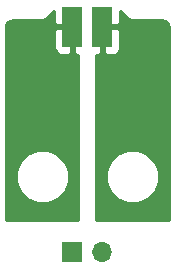
<source format=gbl>
G04 #@! TF.FileFunction,Copper,L2,Bot,Signal*
%FSLAX46Y46*%
G04 Gerber Fmt 4.6, Leading zero omitted, Abs format (unit mm)*
G04 Created by KiCad (PCBNEW 4.0.7) date 05/14/18 11:13:13*
%MOMM*%
%LPD*%
G01*
G04 APERTURE LIST*
%ADD10C,0.100000*%
%ADD11R,1.750000X3.500000*%
%ADD12R,1.700000X1.700000*%
%ADD13O,1.700000X1.700000*%
%ADD14C,1.500000*%
%ADD15C,0.254000*%
G04 APERTURE END LIST*
D10*
D11*
X143510000Y-85090000D03*
X146050000Y-85090000D03*
D12*
X143510000Y-104140000D03*
D13*
X146050000Y-104140000D03*
D14*
X143510000Y-85090000D03*
X146050000Y-85090000D03*
D15*
G36*
X148087954Y-84322046D02*
X148318295Y-84475954D01*
X148590000Y-84530000D01*
X151060070Y-84530000D01*
X151338979Y-84585478D01*
X151516145Y-84703856D01*
X151634521Y-84881019D01*
X151690000Y-85159931D01*
X151690000Y-101473000D01*
X145542000Y-101473000D01*
X145542000Y-98232619D01*
X146354613Y-98232619D01*
X146694155Y-99054372D01*
X147322321Y-99683636D01*
X148143481Y-100024611D01*
X149032619Y-100025387D01*
X149854372Y-99685845D01*
X150483636Y-99057679D01*
X150824611Y-98236519D01*
X150825387Y-97347381D01*
X150485845Y-96525628D01*
X149857679Y-95896364D01*
X149036519Y-95555389D01*
X148147381Y-95554613D01*
X147325628Y-95894155D01*
X146696364Y-96522321D01*
X146355389Y-97343481D01*
X146354613Y-98232619D01*
X145542000Y-98232619D01*
X145542000Y-87475000D01*
X145764250Y-87475000D01*
X145923000Y-87316250D01*
X145923000Y-85217000D01*
X146177000Y-85217000D01*
X146177000Y-87316250D01*
X146335750Y-87475000D01*
X147051309Y-87475000D01*
X147284698Y-87378327D01*
X147463327Y-87199699D01*
X147560000Y-86966310D01*
X147560000Y-85375750D01*
X147401250Y-85217000D01*
X146177000Y-85217000D01*
X145923000Y-85217000D01*
X145903000Y-85217000D01*
X145903000Y-84963000D01*
X145923000Y-84963000D01*
X145923000Y-84943000D01*
X146177000Y-84943000D01*
X146177000Y-84963000D01*
X147401250Y-84963000D01*
X147560000Y-84804250D01*
X147560000Y-83794092D01*
X148087954Y-84322046D01*
X148087954Y-84322046D01*
G37*
X148087954Y-84322046D02*
X148318295Y-84475954D01*
X148590000Y-84530000D01*
X151060070Y-84530000D01*
X151338979Y-84585478D01*
X151516145Y-84703856D01*
X151634521Y-84881019D01*
X151690000Y-85159931D01*
X151690000Y-101473000D01*
X145542000Y-101473000D01*
X145542000Y-98232619D01*
X146354613Y-98232619D01*
X146694155Y-99054372D01*
X147322321Y-99683636D01*
X148143481Y-100024611D01*
X149032619Y-100025387D01*
X149854372Y-99685845D01*
X150483636Y-99057679D01*
X150824611Y-98236519D01*
X150825387Y-97347381D01*
X150485845Y-96525628D01*
X149857679Y-95896364D01*
X149036519Y-95555389D01*
X148147381Y-95554613D01*
X147325628Y-95894155D01*
X146696364Y-96522321D01*
X146355389Y-97343481D01*
X146354613Y-98232619D01*
X145542000Y-98232619D01*
X145542000Y-87475000D01*
X145764250Y-87475000D01*
X145923000Y-87316250D01*
X145923000Y-85217000D01*
X146177000Y-85217000D01*
X146177000Y-87316250D01*
X146335750Y-87475000D01*
X147051309Y-87475000D01*
X147284698Y-87378327D01*
X147463327Y-87199699D01*
X147560000Y-86966310D01*
X147560000Y-85375750D01*
X147401250Y-85217000D01*
X146177000Y-85217000D01*
X145923000Y-85217000D01*
X145903000Y-85217000D01*
X145903000Y-84963000D01*
X145923000Y-84963000D01*
X145923000Y-84943000D01*
X146177000Y-84943000D01*
X146177000Y-84963000D01*
X147401250Y-84963000D01*
X147560000Y-84804250D01*
X147560000Y-83794092D01*
X148087954Y-84322046D01*
G36*
X142000000Y-84804250D02*
X142158750Y-84963000D01*
X143383000Y-84963000D01*
X143383000Y-84943000D01*
X143637000Y-84943000D01*
X143637000Y-84963000D01*
X143657000Y-84963000D01*
X143657000Y-85217000D01*
X143637000Y-85217000D01*
X143637000Y-87316250D01*
X143795750Y-87475000D01*
X144018000Y-87475000D01*
X144018000Y-101473000D01*
X137870000Y-101473000D01*
X137870000Y-98232619D01*
X138734613Y-98232619D01*
X139074155Y-99054372D01*
X139702321Y-99683636D01*
X140523481Y-100024611D01*
X141412619Y-100025387D01*
X142234372Y-99685845D01*
X142863636Y-99057679D01*
X143204611Y-98236519D01*
X143205387Y-97347381D01*
X142865845Y-96525628D01*
X142237679Y-95896364D01*
X141416519Y-95555389D01*
X140527381Y-95554613D01*
X139705628Y-95894155D01*
X139076364Y-96522321D01*
X138735389Y-97343481D01*
X138734613Y-98232619D01*
X137870000Y-98232619D01*
X137870000Y-85375750D01*
X142000000Y-85375750D01*
X142000000Y-86966310D01*
X142096673Y-87199699D01*
X142275302Y-87378327D01*
X142508691Y-87475000D01*
X143224250Y-87475000D01*
X143383000Y-87316250D01*
X143383000Y-85217000D01*
X142158750Y-85217000D01*
X142000000Y-85375750D01*
X137870000Y-85375750D01*
X137870000Y-85159930D01*
X137925478Y-84881021D01*
X138043856Y-84703855D01*
X138221019Y-84585479D01*
X138499931Y-84530000D01*
X140970000Y-84530000D01*
X141241705Y-84475954D01*
X141472046Y-84322046D01*
X142000000Y-83794092D01*
X142000000Y-84804250D01*
X142000000Y-84804250D01*
G37*
X142000000Y-84804250D02*
X142158750Y-84963000D01*
X143383000Y-84963000D01*
X143383000Y-84943000D01*
X143637000Y-84943000D01*
X143637000Y-84963000D01*
X143657000Y-84963000D01*
X143657000Y-85217000D01*
X143637000Y-85217000D01*
X143637000Y-87316250D01*
X143795750Y-87475000D01*
X144018000Y-87475000D01*
X144018000Y-101473000D01*
X137870000Y-101473000D01*
X137870000Y-98232619D01*
X138734613Y-98232619D01*
X139074155Y-99054372D01*
X139702321Y-99683636D01*
X140523481Y-100024611D01*
X141412619Y-100025387D01*
X142234372Y-99685845D01*
X142863636Y-99057679D01*
X143204611Y-98236519D01*
X143205387Y-97347381D01*
X142865845Y-96525628D01*
X142237679Y-95896364D01*
X141416519Y-95555389D01*
X140527381Y-95554613D01*
X139705628Y-95894155D01*
X139076364Y-96522321D01*
X138735389Y-97343481D01*
X138734613Y-98232619D01*
X137870000Y-98232619D01*
X137870000Y-85375750D01*
X142000000Y-85375750D01*
X142000000Y-86966310D01*
X142096673Y-87199699D01*
X142275302Y-87378327D01*
X142508691Y-87475000D01*
X143224250Y-87475000D01*
X143383000Y-87316250D01*
X143383000Y-85217000D01*
X142158750Y-85217000D01*
X142000000Y-85375750D01*
X137870000Y-85375750D01*
X137870000Y-85159930D01*
X137925478Y-84881021D01*
X138043856Y-84703855D01*
X138221019Y-84585479D01*
X138499931Y-84530000D01*
X140970000Y-84530000D01*
X141241705Y-84475954D01*
X141472046Y-84322046D01*
X142000000Y-83794092D01*
X142000000Y-84804250D01*
M02*

</source>
